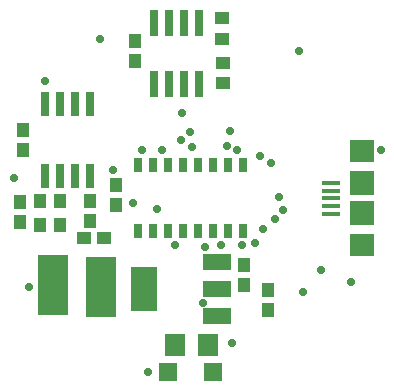
<source format=gbs>
G75*
%MOIN*%
%OFA0B0*%
%FSLAX25Y25*%
%IPPOS*%
%LPD*%
%AMOC8*
5,1,8,0,0,1.08239X$1,22.5*
%
%ADD10R,0.04337X0.04731*%
%ADD11R,0.06699X0.07498*%
%ADD12R,0.03000X0.08400*%
%ADD13R,0.02762X0.09061*%
%ADD14R,0.10400X0.20400*%
%ADD15R,0.04731X0.04337*%
%ADD16R,0.05912X0.05912*%
%ADD17R,0.09200X0.05200*%
%ADD18R,0.09061X0.14573*%
%ADD19R,0.02762X0.05124*%
%ADD20R,0.05912X0.01778*%
%ADD21R,0.07880X0.07487*%
%ADD22R,0.07880X0.07880*%
%ADD23C,0.02800*%
D10*
X0022563Y0062130D03*
X0029256Y0062130D03*
X0029256Y0070398D03*
X0022563Y0070398D03*
X0015673Y0069807D03*
X0015673Y0063114D03*
X0039295Y0063508D03*
X0039295Y0070201D03*
X0047957Y0069020D03*
X0047957Y0075713D03*
X0016854Y0087130D03*
X0016854Y0093823D03*
X0054256Y0117051D03*
X0054256Y0123744D03*
X0090476Y0048941D03*
X0090476Y0042248D03*
X0098626Y0040516D03*
X0098626Y0033823D03*
D11*
X0078555Y0022248D03*
X0067358Y0022248D03*
D12*
X0039157Y0078455D03*
X0034157Y0078455D03*
X0029157Y0078455D03*
X0024157Y0078455D03*
X0024157Y0102655D03*
X0029157Y0102655D03*
X0034157Y0102655D03*
X0039157Y0102655D03*
D13*
X0060457Y0109177D03*
X0065457Y0109177D03*
X0070457Y0109177D03*
X0075457Y0109177D03*
X0075457Y0129650D03*
X0070457Y0129650D03*
X0065457Y0129650D03*
X0060457Y0129650D03*
D14*
X0042957Y0041579D03*
X0026736Y0042366D03*
D15*
X0037130Y0057799D03*
X0043823Y0057799D03*
X0083390Y0109571D03*
X0083390Y0116264D03*
X0083272Y0124413D03*
X0083272Y0131106D03*
D16*
X0080240Y0013311D03*
X0065280Y0013311D03*
D17*
X0081417Y0031770D03*
X0081417Y0040870D03*
X0081417Y0049970D03*
D18*
X0057016Y0040870D03*
D19*
X0055260Y0060161D03*
X0060260Y0060161D03*
X0065260Y0060161D03*
X0070260Y0060161D03*
X0075260Y0060161D03*
X0080260Y0060161D03*
X0085260Y0060161D03*
X0090260Y0060161D03*
X0090260Y0082209D03*
X0085260Y0082209D03*
X0080260Y0082209D03*
X0075260Y0082209D03*
X0070260Y0082209D03*
X0065260Y0082209D03*
X0060260Y0082209D03*
X0055260Y0082209D03*
D20*
X0119413Y0076303D03*
X0119413Y0073744D03*
X0119413Y0071185D03*
X0119413Y0068626D03*
X0119413Y0066067D03*
D21*
X0129846Y0055437D03*
X0129846Y0086933D03*
D22*
X0129846Y0076185D03*
X0129846Y0066185D03*
D23*
X0018823Y0041657D03*
X0053469Y0069610D03*
X0061343Y0067642D03*
X0067642Y0055437D03*
X0077484Y0055043D03*
X0082996Y0055437D03*
X0089689Y0055437D03*
X0094020Y0056224D03*
X0096776Y0060949D03*
X0100713Y0064098D03*
X0103469Y0067248D03*
X0102287Y0071579D03*
X0099531Y0082996D03*
X0095988Y0085358D03*
X0088114Y0087327D03*
X0084965Y0088508D03*
X0085752Y0093626D03*
X0072366Y0093232D03*
X0069610Y0090476D03*
X0073154Y0088114D03*
X0063311Y0087327D03*
X0056618Y0087327D03*
X0046776Y0080634D03*
X0070004Y0099531D03*
X0042445Y0124335D03*
X0024335Y0110161D03*
X0013705Y0077878D03*
X0076697Y0036146D03*
X0086539Y0022760D03*
X0110161Y0040083D03*
X0116067Y0047169D03*
X0126303Y0043232D03*
X0136146Y0087327D03*
X0108980Y0120398D03*
X0058587Y0013311D03*
M02*

</source>
